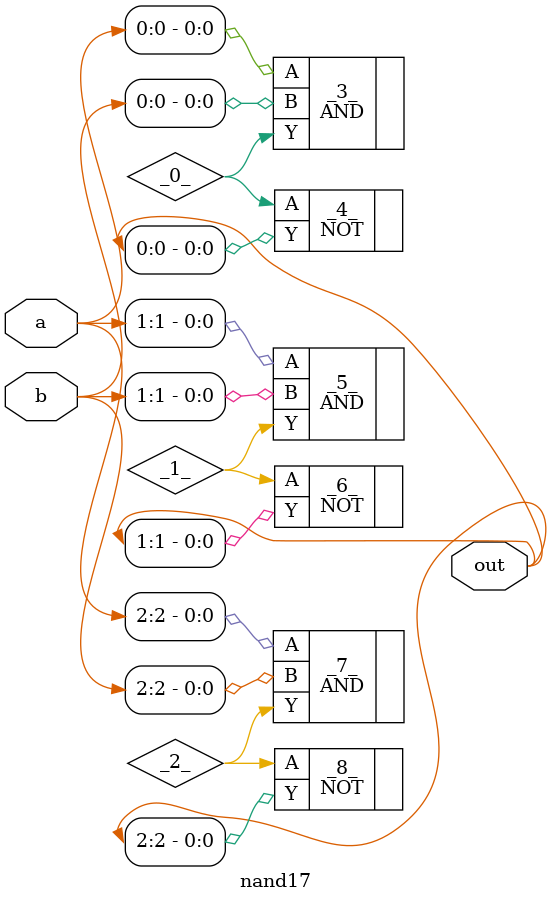
<source format=v>
/* Generated by Yosys 0.41+83 (git sha1 7045cf509, x86_64-w64-mingw32-g++ 13.2.1 -Os) */

/* cells_not_processed =  1  */
/* src = "nand17.v:2.1-10.10" */
module nand17(a, b, out);
  wire _0_;
  wire _1_;
  wire _2_;
  /* src = "nand17.v:3.22-3.23" */
  input [2:0] a;
  wire [2:0] a;
  /* src = "nand17.v:4.22-4.23" */
  input [2:0] b;
  wire [2:0] b;
  /* src = "nand17.v:5.23-5.26" */
  output [2:0] out;
  wire [2:0] out;
  AND _3_ (
    .A(a[0]),
    .B(b[0]),
    .Y(_0_)
  );
  NOT _4_ (
    .A(_0_),
    .Y(out[0])
  );
  AND _5_ (
    .A(a[1]),
    .B(b[1]),
    .Y(_1_)
  );
  NOT _6_ (
    .A(_1_),
    .Y(out[1])
  );
  AND _7_ (
    .A(a[2]),
    .B(b[2]),
    .Y(_2_)
  );
  NOT _8_ (
    .A(_2_),
    .Y(out[2])
  );
endmodule

</source>
